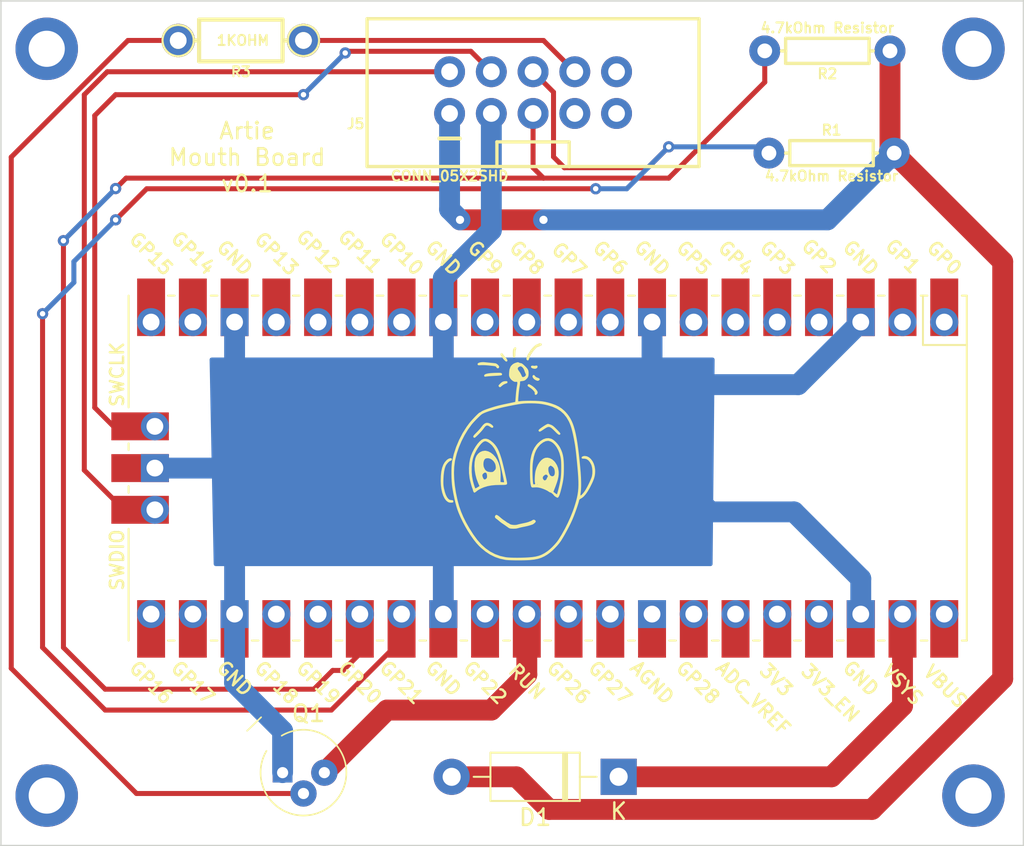
<source format=kicad_pcb>
(kicad_pcb (version 20221018) (generator pcbnew)
  (layers (0 "F.Cu" signal) (31 "B.Cu" signal) (34 "B.Paste" user) (35 "F.Paste" user) (36 "B.SilkS" user "B.Silkscreen") (37 "F.SilkS" user "F.Silkscreen") (38 "B.Mask" user) (39 "F.Mask" user) (44 "Edge.Cuts" user))
  (net 0 "")
  (net 1 "+3.3V")
  (net 2 "/SWDIO")
  (net 3 "GND")
  (net 4 "/SWCLK")
  (net 5 "/I2C_SDA")
  (net 6 "/I2C_SCL")
  (net 13 "/VSYS")
  (net 14 "/RESET")
  (net 17 "Net-(Q1-B)")
  (net 18 "/RUN")
  (footprint "MountingHole:MountingHole_2.2mm_M2_DIN965_Pad" (layer "F.Cu") (at 71.374 108.712)
    (fp_text reference "REF**" hide)
    (fp_text value "MountingHole_2.2mm_M2_DIN965_Pad" hide)
    (pad "1" thru_hole circle (at 0 0) (size 3.8 3.8) (drill 2.2) (layers "*.Cu" "*.Mask"))
  )
  (footprint "MountingHole:MountingHole_2.2mm_M2_DIN965_Pad" (layer "F.Cu") (at 71.374 63.246)
    (fp_text reference "REF**" hide)
    (fp_text value "MountingHole_2.2mm_M2_DIN965_Pad" hide)
    (pad "1" thru_hole circle (at 0 0) (size 3.8 3.8) (drill 2.2) (layers "*.Cu" "*.Mask"))
  )
  (footprint "MCU_RaspberryPi_and_Boards:RPi_Pico_SMD_TH" (layer "F.Cu") (at 101.854 88.773 -90)
    (fp_text reference "U3" hide)
    (fp_text value "Pico")
    (fp_text user "GND" (at 12.8 6.35 135) (layer "F.SilkS") (effects (font (size 0.8 0.8))))
    (fp_text user "SWCLK" (at -5.7 26.2 90) (layer "F.SilkS") (effects (font (size 0.8 0.8))))
    (fp_text user "GND" (at -12.8 19.05 135) (layer "F.SilkS") (effects (font (size 0.8 0.8))))
    (fp_text user "GP28" (at 13.054 -9.144 135) (layer "F.SilkS") (effects (font (size 0.8 0.8))))
    (fp_text user "GP4" (at -12.8 -11.43 135) (layer "F.SilkS") (effects (font (size 0.8 0.8))))
    (fp_text user "GND" (at -12.8 -6.35 135) (layer "F.SilkS") (effects (font (size 0.8 0.8))))
    (fp_text user "GP17" (at 13.054 21.59 135) (layer "F.SilkS") (effects (font (size 0.8 0.8))))
    (fp_text user "GP12" (at -13.2 13.97 135) (layer "F.SilkS") (effects (font (size 0.8 0.8))))
    (fp_text user "GP0" (at -12.8 -24.13 135) (layer "F.SilkS") (effects (font (size 0.8 0.8))))
    (fp_text user "GP15" (at -13.054 24.13 135) (layer "F.SilkS") (effects (font (size 0.8 0.8))))
    (fp_text user "3V3" (at 12.9 -13.9 135) (layer "F.SilkS") (effects (font (size 0.8 0.8))))
    (fp_text user "GP14" (at -13.1 21.59 135) (layer "F.SilkS") (effects (font (size 0.8 0.8))))
    (fp_text user "GP20" (at 13.054 11.43 135) (layer "F.SilkS") (effects (font (size 0.8 0.8))))
    (fp_text user "GP9" (at -12.8 3.81 135) (layer "F.SilkS") (effects (font (size 0.8 0.8))))
    (fp_text user "GP27" (at 13.054 -3.8 135) (layer "F.SilkS") (effects (font (size 0.8 0.8))))
    (fp_text user "GP18" (at 13.054 16.51 135) (layer "F.SilkS") (effects (font (size 0.8 0.8))))
    (fp_text user "SWDIO" (at 5.6 26.2 90) (layer "F.SilkS") (effects (font (size 0.8 0.8))))
    (fp_text user "VBUS" (at 13.3 -24.2 135) (layer "F.SilkS") (effects (font (size 0.8 0.8))))
    (fp_text user "GP22" (at 13.054 3.81 135) (layer "F.SilkS") (effects (font (size 0.8 0.8))))
    (fp_text user "GP21" (at 13.054 8.9 135) (layer "F.SilkS") (effects (font (size 0.8 0.8))))
    (fp_text user "GP8" (at -12.8 1.27 135) (layer "F.SilkS") (effects (font (size 0.8 0.8))))
    (fp_text user "VSYS" (at 13.2 -21.59 135) (layer "F.SilkS") (effects (font (size 0.8 0.8))))
    (fp_text user "GP3" (at -12.8 -13.97 135) (layer "F.SilkS") (effects (font (size 0.8 0.8))))
    (fp_text user "GP5" (at -12.8 -8.89 135) (layer "F.SilkS") (effects (font (size 0.8 0.8))))
    (fp_text user "GP16" (at 13.054 24.13 135) (layer "F.SilkS") (effects (font (size 0.8 0.8))))
    (fp_text user "GP11" (at -13.2 11.43 135) (layer "F.SilkS") (effects (font (size 0.8 0.8))))
    (fp_text user "GP6" (at -12.8 -3.81 135) (layer "F.SilkS") (effects (font (size 0.8 0.8))))
    (fp_text user "GND" (at 12.8 19.05 135) (layer "F.SilkS") (effects (font (size 0.8 0.8))))
    (fp_text user "GND" (at -12.8 -19.05 135) (layer "F.SilkS") (effects (font (size 0.8 0.8))))
    (fp_text user "RUN" (at 13 1.27 135) (layer "F.SilkS") (effects (font (size 0.8 0.8))))
    (fp_text user "GND" (at -12.8 6.35 135) (layer "F.SilkS") (effects (font (size 0.8 0.8))))
    (fp_text user "GP19" (at 13.054 13.97 135) (layer "F.SilkS") (effects (font (size 0.8 0.8))))
    (fp_text user "3V3_EN" (at 13.7 -17.2 135) (layer "F.SilkS") (effects (font (size 0.8 0.8))))
    (fp_text user "GP1" (at -12.9 -21.6 135) (layer "F.SilkS") (effects (font (size 0.8 0.8))))
    (fp_text user "GP2" (at -12.9 -16.51 135) (layer "F.SilkS") (effects (font (size 0.8 0.8))))
    (fp_text user "GP10" (at -13.054 8.89 135) (layer "F.SilkS") (effects (font (size 0.8 0.8))))
    (fp_text user "AGND" (at 13.054 -6.35 135) (layer "F.SilkS") (effects (font (size 0.8 0.8))))
    (fp_text user "ADC_VREF" (at 14 -12.5 135) (layer "F.SilkS") (effects (font (size 0.8 0.8))))
    (fp_text user "GP26" (at 13.054 -1.27 135) (layer "F.SilkS") (effects (font (size 0.8 0.8))))
    (fp_text user "GP13" (at -13.054 16.51 135) (layer "F.SilkS") (effects (font (size 0.8 0.8))))
    (fp_text user "GP7" (at -12.7 -1.3 135) (layer "F.SilkS") (effects (font (size 0.8 0.8))))
    (fp_text user "GND" (at 12.8 -19.05 135) (layer "F.SilkS") (effects (font (size 0.8 0.8))))
    (pad "" np_thru_hole oval (at -2.725 -24 270) (size 1.8 1.8) (drill 1.8) (layers "*.Cu" "*.Mask"))
    (pad "" np_thru_hole oval (at -2.425 -20.97 270) (size 1.5 1.5) (drill 1.5) (layers "*.Cu" "*.Mask"))
    (pad "" np_thru_hole oval (at 2.425 -20.97 270) (size 1.5 1.5) (drill 1.5) (layers "*.Cu" "*.Mask"))
    (pad "" np_thru_hole oval (at 2.725 -24 270) (size 1.8 1.8) (drill 1.8) (layers "*.Cu" "*.Mask"))
    (pad "1" thru_hole oval (at -8.89 -24.13 270) (size 1.7 1.7) (drill 1.02) (layers "*.Cu" "*.Mask"))
    (pad "1" smd rect (at -8.89 -24.13 270) (size 3.5 1.7) (drill (offset -0.9 0)) (layers "F.Cu" "F.Mask"))
    (pad "2" thru_hole oval (at -8.89 -21.59 270) (size 1.7 1.7) (drill 1.02) (layers "*.Cu" "*.Mask"))
    (pad "2" smd rect (at -8.89 -21.59 270) (size 3.5 1.7) (drill (offset -0.9 0)) (layers "F.Cu" "F.Mask"))
    (pad "3" thru_hole rect (at -8.89 -19.05 270) (size 1.7 1.7) (drill 1.02) (layers "*.Cu" "*.Mask") (net 3 "GND"))
    (pad "3" smd rect (at -8.89 -19.05 270) (size 3.5 1.7) (drill (offset -0.9 0)) (layers "F.Cu" "F.Mask") (net 3 "GND"))
    (pad "4" thru_hole oval (at -8.89 -16.51 270) (size 1.7 1.7) (drill 1.02) (layers "*.Cu" "*.Mask"))
    (pad "4" smd rect (at -8.89 -16.51 270) (size 3.5 1.7) (drill (offset -0.9 0)) (layers "F.Cu" "F.Mask"))
    (pad "5" thru_hole oval (at -8.89 -13.97 270) (size 1.7 1.7) (drill 1.02) (layers "*.Cu" "*.Mask"))
    (pad "5" smd rect (at -8.89 -13.97 270) (size 3.5 1.7) (drill (offset -0.9 0)) (layers "F.Cu" "F.Mask"))
    (pad "6" thru_hole oval (at -8.89 -11.43 270) (size 1.7 1.7) (drill 1.02) (layers "*.Cu" "*.Mask"))
    (pad "6" smd rect (at -8.89 -11.43 270) (size 3.5 1.7) (drill (offset -0.9 0)) (layers "F.Cu" "F.Mask"))
    (pad "7" thru_hole oval (at -8.89 -8.89 270) (size 1.7 1.7) (drill 1.02) (layers "*.Cu" "*.Mask"))
    (pad "7" smd rect (at -8.89 -8.89 270) (size 3.5 1.7) (drill (offset -0.9 0)) (layers "F.Cu" "F.Mask"))
    (pad "8" thru_hole rect (at -8.89 -6.35 270) (size 1.7 1.7) (drill 1.02) (layers "*.Cu" "*.Mask") (net 3 "GND"))
    (pad "8" smd rect (at -8.89 -6.35 270) (size 3.5 1.7) (drill (offset -0.9 0)) (layers "F.Cu" "F.Mask") (net 3 "GND"))
    (pad "9" thru_hole oval (at -8.89 -3.81 270) (size 1.7 1.7) (drill 1.02) (layers "*.Cu" "*.Mask"))
    (pad "9" smd rect (at -8.89 -3.81 270) (size 3.5 1.7) (drill (offset -0.9 0)) (layers "F.Cu" "F.Mask"))
    (pad "10" thru_hole oval (at -8.89 -1.27 270) (size 1.7 1.7) (drill 1.02) (layers "*.Cu" "*.Mask"))
    (pad "10" smd rect (at -8.89 -1.27 270) (size 3.5 1.7) (drill (offset -0.9 0)) (layers "F.Cu" "F.Mask"))
    (pad "11" thru_hole oval (at -8.89 1.27 270) (size 1.7 1.7) (drill 1.02) (layers "*.Cu" "*.Mask"))
    (pad "11" smd rect (at -8.89 1.27 270) (size 3.5 1.7) (drill (offset -0.9 0)) (layers "F.Cu" "F.Mask"))
    (pad "12" thru_hole oval (at -8.89 3.81 270) (size 1.7 1.7) (drill 1.02) (layers "*.Cu" "*.Mask"))
    (pad "12" smd rect (at -8.89 3.81 270) (size 3.5 1.7) (drill (offset -0.9 0)) (layers "F.Cu" "F.Mask"))
    (pad "13" thru_hole rect (at -8.89 6.35 270) (size 1.7 1.7) (drill 1.02) (layers "*.Cu" "*.Mask") (net 3 "GND"))
    (pad "13" smd rect (at -8.89 6.35 270) (size 3.5 1.7) (drill (offset -0.9 0)) (layers "F.Cu" "F.Mask") (net 3 "GND"))
    (pad "14" thru_hole oval (at -8.89 8.89 270) (size 1.7 1.7) (drill 1.02) (layers "*.Cu" "*.Mask"))
    (pad "14" smd rect (at -8.89 8.89 270) (size 3.5 1.7) (drill (offset -0.9 0)) (layers "F.Cu" "F.Mask"))
    (pad "15" thru_hole oval (at -8.89 11.43 270) (size 1.7 1.7) (drill 1.02) (layers "*.Cu" "*.Mask"))
    (pad "15" smd rect (at -8.89 11.43 270) (size 3.5 1.7) (drill (offset -0.9 0)) (layers "F.Cu" "F.Mask"))
    (pad "16" thru_hole oval (at -8.89 13.97 270) (size 1.7 1.7) (drill 1.02) (layers "*.Cu" "*.Mask"))
    (pad "16" smd rect (at -8.89 13.97 270) (size 3.5 1.7) (drill (offset -0.9 0)) (layers "F.Cu" "F.Mask"))
    (pad "17" thru_hole oval (at -8.89 16.51 270) (size 1.7 1.7) (drill 1.02) (layers "*.Cu" "*.Mask"))
    (pad "17" smd rect (at -8.89 16.51 270) (size 3.5 1.7) (drill (offset -0.9 0)) (layers "F.Cu" "F.Mask"))
    (pad "18" thru_hole rect (at -8.89 19.05 270) (size 1.7 1.7) (drill 1.02) (layers "*.Cu" "*.Mask") (net 3 "GND"))
    (pad "18" smd rect (at -8.89 19.05 270) (size 3.5 1.7) (drill (offset -0.9 0)) (layers "F.Cu" "F.Mask") (net 3 "GND"))
    (pad "19" thru_hole oval (at -8.89 21.59 270) (size 1.7 1.7) (drill 1.02) (layers "*.Cu" "*.Mask"))
    (pad "19" smd rect (at -8.89 21.59 270) (size 3.5 1.7) (drill (offset -0.9 0)) (layers "F.Cu" "F.Mask"))
    (pad "20" thru_hole oval (at -8.89 24.13 270) (size 1.7 1.7) (drill 1.02) (layers "*.Cu" "*.Mask"))
    (pad "20" smd rect (at -8.89 24.13 270) (size 3.5 1.7) (drill (offset -0.9 0)) (layers "F.Cu" "F.Mask"))
    (pad "21" thru_hole oval (at 8.89 24.13 270) (size 1.7 1.7) (drill 1.02) (layers "*.Cu" "*.Mask"))
    (pad "21" smd rect (at 8.89 24.13 270) (size 3.5 1.7) (drill (offset 0.9 0)) (layers "F.Cu" "F.Mask"))
    (pad "22" thru_hole oval (at 8.89 21.59 270) (size 1.7 1.7) (drill 1.02) (layers "*.Cu" "*.Mask"))
    (pad "22" smd rect (at 8.89 21.59 270) (size 3.5 1.7) (drill (offset 0.9 0)) (layers "F.Cu" "F.Mask"))
    (pad "23" thru_hole rect (at 8.89 19.05 270) (size 1.7 1.7) (drill 1.02) (layers "*.Cu" "*.Mask") (net 3 "GND"))
    (pad "23" smd rect (at 8.89 19.05 270) (size 3.5 1.7) (drill (offset 0.9 0)) (layers "F.Cu" "F.Mask") (net 3 "GND"))
    (pad "24" thru_hole oval (at 8.89 16.51 270) (size 1.7 1.7) (drill 1.02) (layers "*.Cu" "*.Mask"))
    (pad "24" smd rect (at 8.89 16.51 270) (size 3.5 1.7) (drill (offset 0.9 0)) (layers "F.Cu" "F.Mask"))
    (pad "25" thru_hole oval (at 8.89 13.97 270) (size 1.7 1.7) (drill 1.02) (layers "*.Cu" "*.Mask"))
    (pad "25" smd rect (at 8.89 13.97 270) (size 3.5 1.7) (drill (offset 0.9 0)) (layers "F.Cu" "F.Mask"))
    (pad "26" thru_hole oval (at 8.89 11.43 270) (size 1.7 1.7) (drill 1.02) (layers "*.Cu" "*.Mask") (net 5 "/I2C_SDA"))
    (pad "26" smd rect (at 8.89 11.43 270) (size 3.5 1.7) (drill (offset 0.9 0)) (layers "F.Cu" "F.Mask") (net 5 "/I2C_SDA"))
    (pad "27" thru_hole oval (at 8.89 8.89 270) (size 1.7 1.7) (drill 1.02) (layers "*.Cu" "*.Mask") (net 6 "/I2C_SCL"))
    (pad "27" smd rect (at 8.89 8.89 270) (size 3.5 1.7) (drill (offset 0.9 0)) (layers "F.Cu" "F.Mask") (net 6 "/I2C_SCL"))
    (pad "28" thru_hole rect (at 8.89 6.35 270) (size 1.7 1.7) (drill 1.02) (layers "*.Cu" "*.Mask") (net 3 "GND"))
    (pad "28" smd rect (at 8.89 6.35 270) (size 3.5 1.7) (drill (offset 0.9 0)) (layers "F.Cu" "F.Mask") (net 3 "GND"))
    (pad "29" thru_hole oval (at 8.89 3.81 270) (size 1.7 1.7) (drill 1.02) (layers "*.Cu" "*.Mask"))
    (pad "29" smd rect (at 8.89 3.81 270) (size 3.5 1.7) (drill (offset 0.9 0)) (layers "F.Cu" "F.Mask"))
    (pad "30" thru_hole oval (at 8.89 1.27 270) (size 1.7 1.7) (drill 1.02) (layers "*.Cu" "*.Mask") (net 18 "/RUN"))
    (pad "30" smd rect (at 8.89 1.27 270) (size 3.5 1.7) (drill (offset 0.9 0)) (layers "F.Cu" "F.Mask") (net 18 "/RUN"))
    (pad "31" thru_hole oval (at 8.89 -1.27 270) (size 1.7 1.7) (drill 1.02) (layers "*.Cu" "*.Mask"))
    (pad "31" smd rect (at 8.89 -1.27 270) (size 3.5 1.7) (drill (offset 0.9 0)) (layers "F.Cu" "F.Mask"))
    (pad "32" thru_hole oval (at 8.89 -3.81 270) (size 1.7 1.7) (drill 1.02) (layers "*.Cu" "*.Mask"))
    (pad "32" smd rect (at 8.89 -3.81 270) (size 3.5 1.7) (drill (offset 0.9 0)) (layers "F.Cu" "F.Mask"))
    (pad "33" thru_hole rect (at 8.89 -6.35 270) (size 1.7 1.7) (drill 1.02) (layers "*.Cu" "*.Mask"))
    (pad "33" smd rect (at 8.89 -6.35 270) (size 3.5 1.7) (drill (offset 0.9 0)) (layers "F.Cu" "F.Mask"))
    (pad "34" thru_hole oval (at 8.89 -8.89 270) (size 1.7 1.7) (drill 1.02) (layers "*.Cu" "*.Mask"))
    (pad "34" smd rect (at 8.89 -8.89 270) (size 3.5 1.7) (drill (offset 0.9 0)) (layers "F.Cu" "F.Mask"))
    (pad "35" thru_hole oval (at 8.89 -11.43 270) (size 1.7 1.7) (drill 1.02) (layers "*.Cu" "*.Mask"))
    (pad "35" smd rect (at 8.89 -11.43 270) (size 3.5 1.7) (drill (offset 0.9 0)) (layers "F.Cu" "F.Mask"))
    (pad "36" thru_hole oval (at 8.89 -13.97 270) (size 1.7 1.7) (drill 1.02) (layers "*.Cu" "*.Mask"))
    (pad "36" smd rect (at 8.89 -13.97 270) (size 3.5 1.7) (drill (offset 0.9 0)) (layers "F.Cu" "F.Mask"))
    (pad "37" thru_hole oval (at 8.89 -16.51 270) (size 1.7 1.7) (drill 1.02) (layers "*.Cu" "*.Mask"))
    (pad "37" smd rect (at 8.89 -16.51 270) (size 3.5 1.7) (drill (offset 0.9 0)) (layers "F.Cu" "F.Mask"))
    (pad "38" thru_hole rect (at 8.89 -19.05 270) (size 1.7 1.7) (drill 1.02) (layers "*.Cu" "*.Mask") (net 3 "GND"))
    (pad "38" smd rect (at 8.89 -19.05 270) (size 3.5 1.7) (drill (offset 0.9 0)) (layers "F.Cu" "F.Mask") (net 3 "GND"))
    (pad "39" thru_hole oval (at 8.89 -21.59 270) (size 1.7 1.7) (drill 1.02) (layers "*.Cu" "*.Mask") (net 13 "/VSYS"))
    (pad "39" smd rect (at 8.89 -21.59 270) (size 3.5 1.7) (drill (offset 0.9 0)) (layers "F.Cu" "F.Mask") (net 13 "/VSYS"))
    (pad "40" thru_hole oval (at 8.89 -24.13 270) (size 1.7 1.7) (drill 1.02) (layers "*.Cu" "*.Mask"))
    (pad "40" smd rect (at 8.89 -24.13 270) (size 3.5 1.7) (drill (offset 0.9 0)) (layers "F.Cu" "F.Mask"))
    (pad "41" thru_hole oval (at -2.54 23.9 270) (size 1.7 1.7) (drill 1.02) (layers "*.Cu" "*.Mask") (net 4 "/SWCLK"))
    (pad "41" smd rect (at -2.54 23.9) (size 3.5 1.7) (drill (offset -0.9 0)) (layers "F.Cu" "F.Mask") (net 4 "/SWCLK"))
    (pad "42" thru_hole rect (at 0 23.9 270) (size 1.7 1.7) (drill 1.02) (layers "*.Cu" "*.Mask") (net 3 "GND"))
    (pad "42" smd rect (at 0 23.9) (size 3.5 1.7) (drill (offset -0.9 0)) (layers "F.Cu" "F.Mask") (net 3 "GND"))
    (pad "43" thru_hole oval (at 2.54 23.9 270) (size 1.7 1.7) (drill 1.02) (layers "*.Cu" "*.Mask") (net 2 "/SWDIO"))
    (pad "43" smd rect (at 2.54 23.9) (size 3.5 1.7) (drill (offset -0.9 0)) (layers "F.Cu" "F.Mask") (net 2 "/SWDIO"))
  )
  (footprint "SparkFun-Connectors:2X5-SHROUDED" (layer "F.Cu") (at 100.965 65.913 90)
    (fp_text reference "J5" (at -1.905 -10.795) (layer "F.SilkS") (effects (font (size 0.6096 0.6096) (thickness 0.127))))
    (fp_text value "CONN_05X2SHD" (at -5.08 -5.08) (layer "F.SilkS") (effects (font (size 0.6096 0.6096) (thickness 0.127))))
    (pad "1" thru_hole circle (at -1.27 -5.08 90) (size 1.8796 1.8796) (drill 1.016) (layers "*.Cu" "*.Mask") (net 1 "+3.3V"))
    (pad "2" thru_hole circle (at 1.27 -5.08 90) (size 1.8796 1.8796) (drill 1.016) (layers "*.Cu" "*.Mask") (net 2 "/SWDIO"))
    (pad "3" thru_hole circle (at -1.27 -2.54 90) (size 1.8796 1.8796) (drill 1.016) (layers "*.Cu" "*.Mask") (net 3 "GND"))
    (pad "4" thru_hole circle (at 1.27 -2.54 90) (size 1.8796 1.8796) (drill 1.016) (layers "*.Cu" "*.Mask") (net 4 "/SWCLK"))
    (pad "5" thru_hole circle (at -1.27 0 90) (size 1.8796 1.8796) (drill 1.016) (layers "*.Cu" "*.Mask") (net 5 "/I2C_SDA"))
    (pad "6" thru_hole circle (at 1.27 0 90) (size 1.8796 1.8796) (drill 1.016) (layers "*.Cu" "*.Mask") (net 6 "/I2C_SCL"))
    (pad "7" thru_hole circle (at -1.27 2.54 90) (size 1.8796 1.8796) (drill 1.016) (layers "*.Cu" "*.Mask"))
    (pad "8" thru_hole circle (at 1.27 2.54 90) (size 1.8796 1.8796) (drill 1.016) (layers "*.Cu" "*.Mask") (net 14 "/RESET"))
    (pad "9" thru_hole circle (at -1.27 5.08 90) (size 1.8796 1.8796) (drill 1.016) (layers "*.Cu" "*.Mask"))
    (pad "10" thru_hole circle (at 1.27 5.08 90) (size 1.8796 1.8796) (drill 1.016) (layers "*.Cu" "*.Mask"))
  )
  (footprint "artielib:artie-logo" (layer "F.Cu") (at 99.822 88.011)
    (fp_text reference "G***" hide)
    (fp_text value "LOGO" hide)
  )
  (footprint "SparkFun-Resistors:AXIAL-0.3-KIT" (layer "F.Cu") (at 83.185 62.738 180)
    (fp_text reference "R3" (at 0 -1.905) (layer "F.SilkS") (effects (font (size 0.6096 0.6096) (thickness 0.127))))
    (fp_text value "1KOHM" (at -0.127 0) (layer "F.SilkS") (effects (font (size 0.6096 0.6096) (thickness 0.127))))
    (pad "P$1" thru_hole circle (at -3.81 0 180) (size 2.032 2.032) (drill 1.016) (layers "*.Cu" "*.Mask") (net 14 "/RESET"))
    (pad "P$2" thru_hole circle (at 3.81 0 180) (size 2.032 2.032) (drill 1.016) (layers "*.Cu" "*.Mask") (net 17 "Net-(Q1-B)"))
  )
  (footprint "MountingHole:MountingHole_2.2mm_M2_DIN965_Pad" (layer "F.Cu") (at 127.762 63.246)
    (fp_text reference "REF**" hide)
    (fp_text value "MountingHole_2.2mm_M2_DIN965_Pad" hide)
    (pad "1" thru_hole circle (at 0 0) (size 3.8 3.8) (drill 2.2) (layers "*.Cu" "*.Mask"))
  )
  (footprint "Diode_THT:D_DO-41_SOD81_P10.16mm_Horizontal" (layer "F.Cu") (at 106.172 107.569 180)
    (fp_text reference "D1" (at 5.08 -2.47) (layer "F.SilkS"))
    (fp_text value "1N5817")
    (fp_text user "K" (at 0 -2.1) (layer "F.SilkS"))
    (pad "1" thru_hole rect (at 0 0 180) (size 2.2 2.2) (drill 1.1) (layers "*.Cu" "*.Mask") (net 13 "/VSYS"))
    (pad "2" thru_hole oval (at 10.16 0 180) (size 2.2 2.2) (drill 1.1) (layers "*.Cu" "*.Mask") (net 1 "+3.3V"))
  )
  (footprint "SparkFun-Resistors:AXIAL-0.3" (layer "F.Cu") (at 118.872 63.373 180)
    (fp_text reference "R2" (at 0 -1.397) (layer "F.SilkS") (effects (font (size 0.6096 0.6096) (thickness 0.127))))
    (fp_text value "4.7kOhm Resistor" (at 0 1.397) (layer "F.SilkS") (effects (font (size 0.6096 0.6096) (thickness 0.127))))
    (pad "P$1" thru_hole circle (at -3.81 0 180) (size 1.8796 1.8796) (drill 0.89916) (layers "*.Cu" "*.Mask") (net 1 "+3.3V"))
    (pad "P$2" thru_hole circle (at 3.81 0 180) (size 1.8796 1.8796) (drill 0.89916) (layers "*.Cu" "*.Mask") (net 5 "/I2C_SDA"))
  )
  (footprint "digikey-footprints:TO-18-3" (layer "F.Cu") (at 85.725 107.315)
    (fp_text reference "Q1" (at 1.57 -3.6) (layer "F.SilkS"))
    (fp_text value "2N2222A")
    (pad "1" thru_hole rect (at 0 0) (size 1.2 1.2) (drill 0.68) (layers "*.Cu" "*.Mask") (net 3 "GND"))
    (pad "2" thru_hole circle (at 1.27 1.27) (size 1.6 1.6) (drill 0.68) (layers "*.Cu" "*.Mask") (net 17 "Net-(Q1-B)"))
    (pad "3" thru_hole circle (at 2.54 0) (size 1.6 1.6) (drill 0.68) (layers "*.Cu" "*.Mask") (net 18 "/RUN"))
  )
  (footprint "MountingHole:MountingHole_2.2mm_M2_DIN965_Pad" (layer "F.Cu") (at 127.762 108.712)
    (fp_text reference "REF**" hide)
    (fp_text value "MountingHole_2.2mm_M2_DIN965_Pad" hide)
    (pad "1" thru_hole circle (at 0 0) (size 3.8 3.8) (drill 2.2) (layers "*.Cu" "*.Mask"))
  )
  (footprint "SparkFun-Resistors:AXIAL-0.3" (layer "F.Cu") (at 119.126 69.596)
    (fp_text reference "R1" (at 0 -1.397) (layer "F.SilkS") (effects (font (size 0.6096 0.6096) (thickness 0.127))))
    (fp_text value "4.7kOhm Resistor" (at 0 1.397) (layer "F.SilkS") (effects (font (size 0.6096 0.6096) (thickness 0.127))))
    (pad "P$1" thru_hole circle (at -3.81 0) (size 1.8796 1.8796) (drill 0.89916) (layers "*.Cu" "*.Mask") (net 6 "/I2C_SCL"))
    (pad "P$2" thru_hole circle (at 3.81 0) (size 1.8796 1.8796) (drill 0.89916) (layers "*.Cu" "*.Mask") (net 1 "+3.3V"))
  )
  (gr_rect (start 68.58 60.325) (end 130.81 111.76) (stroke (width 0.1)) (fill none) (layer "Edge.Cuts"))
  (gr_text "Artie\nMouth Board\nv0.1" (at 83.566 69.85) (layer "F.SilkS") (effects (font (size 1 1))))
  (segment (start 129.54 76.2) (end 122.936 69.596) (width 1.27) (layer "F.Cu") (net 1))
  (segment (start 101.934 109.554) (end 121.586 109.554) (width 1.27) (layer "F.Cu") (net 1))
  (segment (start 121.586 109.554) (end 129.54 101.6) (width 1.27) (layer "F.Cu") (net 1))
  (segment (start 96.012 107.569) (end 99.949 107.569) (width 1.27) (layer "F.Cu") (net 1))
  (segment (start 99.949 107.569) (end 101.934 109.554) (width 1.27) (layer "F.Cu") (net 1))
  (segment (start 122.682 63.373) (end 122.682 69.342) (width 1.27) (layer "F.Cu") (net 1))
  (segment (start 96.52 73.66) (end 101.6 73.66) (width 1.27) (layer "F.Cu") (net 1))
  (segment (start 122.682 69.342) (end 122.936 69.596) (width 1.27) (layer "F.Cu") (net 1))
  (segment (start 129.54 101.6) (end 129.54 76.2) (width 1.27) (layer "F.Cu") (net 1))
  (via (at 101.6 73.66) (size 1) (drill 0.5) (layers "F.Cu" "B.Cu") (net 1))
  (via (at 96.52 73.66) (size 1) (drill 0.5) (layers "F.Cu" "B.Cu") (net 1))
  (segment (start 95.885 67.183) (end 95.885 73.025) (width 1.27) (layer "B.Cu") (net 1))
  (segment (start 95.885 73.025) (end 96.52 73.66) (width 1.27) (layer "B.Cu") (net 1))
  (segment (start 101.6 73.66) (end 118.872 73.66) (width 1.27) (layer "B.Cu") (net 1))
  (segment (start 118.872 73.66) (end 122.936 69.596) (width 1.27) (layer "B.Cu") (net 1))
  (segment (start 95.885 64.643) (end 75.057 64.643) (width 0.3048) (layer "F.Cu") (net 2))
  (segment (start 73.66 66.04) (end 73.66 88.9) (width 0.3048) (layer "F.Cu") (net 2))
  (segment (start 75.057 64.643) (end 73.66 66.04) (width 0.3048) (layer "F.Cu") (net 2))
  (segment (start 76.073 91.313) (end 77.954 91.313) (width 0.3048) (layer "F.Cu") (net 2))
  (segment (start 73.66 88.9) (end 76.073 91.313) (width 0.3048) (layer "F.Cu") (net 2))
  (segment (start 98.425 74.295) (end 98.425 67.183) (width 1.27) (layer "B.Cu") (net 3))
  (segment (start 111.76 91.44) (end 116.84 91.44) (width 1.27) (layer "B.Cu") (net 3))
  (segment (start 109.093 83.693) (end 108.204 82.804) (width 1.27) (layer "B.Cu") (net 3))
  (segment (start 95.504 77.216) (end 98.425 74.295) (width 1.27) (layer "B.Cu") (net 3))
  (segment (start 116.84 91.44) (end 120.904 95.504) (width 1.27) (layer "B.Cu") (net 3))
  (segment (start 109.093 88.773) (end 111.76 91.44) (width 1.27) (layer "B.Cu") (net 3))
  (segment (start 120.904 79.883) (end 117.094 83.693) (width 1.27) (layer "B.Cu") (net 3))
  (segment (start 85.725 107.315) (end 85.725 104.775) (width 1.27) (layer "B.Cu") (net 3))
  (segment (start 82.804 101.854) (end 82.804 97.663) (width 1.27) (layer "B.Cu") (net 3))
  (segment (start 77.954 88.773) (end 109.093 88.773) (width 1.27) (layer "B.Cu") (net 3))
  (segment (start 108.204 82.804) (end 108.204 79.883) (width 1.27) (layer "B.Cu") (net 3))
  (segment (start 117.094 83.693) (end 109.093 83.693) (width 1.27) (layer "B.Cu") (net 3))
  (segment (start 85.725 104.775) (end 82.804 101.854) (width 1.27) (layer "B.Cu") (net 3))
  (segment (start 120.904 95.504) (end 120.904 97.663) (width 1.27) (layer "B.Cu") (net 3))
  (segment (start 95.504 79.883) (end 95.504 77.216) (width 1.27) (layer "B.Cu") (net 3))
  (segment (start 95.504 79.883) (end 95.504 97.663) (width 1.27) (layer "B.Cu") (net 3))
  (segment (start 82.804 97.663) (end 82.804 79.883) (width 1.27) (layer "B.Cu") (net 3))
  (segment (start 86.995 66.04) (end 75.565 66.04) (width 0.3048) (layer "F.Cu") (net 4))
  (segment (start 98.425 64.643) (end 97.1804 63.3984) (width 0.3048) (layer "F.Cu") (net 4))
  (segment (start 75.565 66.04) (end 74.295 67.31) (width 0.3048) (layer "F.Cu") (net 4))
  (segment (start 97.1804 63.3984) (end 89.6366 63.3984) (width 0.3048) (layer "F.Cu") (net 4))
  (segment (start 75.438 86.233) (end 77.954 86.233) (width 0.3048) (layer "F.Cu") (net 4))
  (segment (start 74.295 85.09) (end 75.438 86.233) (width 0.3048) (layer "F.Cu") (net 4))
  (segment (start 74.295 67.31) (end 74.295 85.09) (width 0.3048) (layer "F.Cu") (net 4))
  (segment (start 89.6366 63.3984) (end 89.535 63.5) (width 0.3048) (layer "F.Cu") (net 4))
  (via (at 89.535 63.5) (size 0.6858) (drill 0.3302) (layers "F.Cu" "B.Cu") (net 4))
  (via (at 86.995 66.04) (size 0.6858) (drill 0.3302) (layers "F.Cu" "B.Cu") (net 4))
  (segment (start 89.535 63.5) (end 86.995 66.04) (width 0.3048) (layer "B.Cu") (net 4))
  (segment (start 101.6 71.12) (end 109.22 71.12) (width 0.3048) (layer "F.Cu") (net 5))
  (segment (start 88.773 101.092) (end 89.408 101.092) (width 0.3048) (layer "F.Cu") (net 5))
  (segment (start 72.39 74.93) (end 72.39 99.695) (width 0.3048) (layer "F.Cu") (net 5))
  (segment (start 76.2 71.12) (end 75.565 71.755) (width 0.3048) (layer "F.Cu") (net 5))
  (segment (start 87.63 102.235) (end 88.773 101.092) (width 0.3048) (layer "F.Cu") (net 5))
  (segment (start 100.965 70.485) (end 101.6 71.12) (width 0.3048) (layer "F.Cu") (net 5))
  (segment (start 109.22 71.12) (end 115.062 65.278) (width 0.3048) (layer "F.Cu") (net 5))
  (segment (start 90.424 100.076) (end 90.424 97.663) (width 0.3048) (layer "F.Cu") (net 5))
  (segment (start 100.965 67.183) (end 100.965 70.485) (width 0.3048) (layer "F.Cu") (net 5))
  (segment (start 74.93 102.235) (end 87.63 102.235) (width 0.3048) (layer "F.Cu") (net 5))
  (segment (start 101.6 71.12) (end 76.2 71.12) (width 0.3048) (layer "F.Cu") (net 5))
  (segment (start 89.408 101.092) (end 90.424 100.076) (width 0.3048) (layer "F.Cu") (net 5))
  (segment (start 72.39 99.695) (end 74.93 102.235) (width 0.3048) (layer "F.Cu") (net 5))
  (segment (start 115.062 65.278) (end 115.062 63.373) (width 0.3048) (layer "F.Cu") (net 5))
  (via (at 75.565 71.755) (size 0.6858) (drill 0.3302) (layers "F.Cu" "B.Cu") (net 5))
  (via (at 72.39 74.93) (size 0.6858) (drill 0.3302) (layers "F.Cu" "B.Cu") (net 5))
  (segment (start 75.565 71.755) (end 72.39 74.93) (width 0.3048) (layer "B.Cu") (net 5))
  (segment (start 100.965 64.643) (end 102.2096 65.8876) (width 0.3048) (layer "F.Cu") (net 6))
  (segment (start 77.4578 71.7672) (end 75.565 73.66) (width 0.3048) (layer "F.Cu") (net 6))
  (segment (start 107.95 70.485) (end 109.22 69.215) (width 0.3048) (layer "F.Cu") (net 6))
  (segment (start 88.6916 103.505) (end 92.964 99.2326) (width 0.3048) (layer "F.Cu") (net 6))
  (segment (start 74.93 103.505) (end 88.6916 103.505) (width 0.3048) (layer "F.Cu") (net 6))
  (segment (start 102.2096 65.8876) (end 102.2096 69.8246) (width 0.3048) (layer "F.Cu") (net 6))
  (segment (start 92.964 99.2326) (end 92.964 97.663) (width 0.3048) (layer "F.Cu") (net 6))
  (segment (start 71.12 79.375) (end 71.12 99.695) (width 0.3048) (layer "F.Cu") (net 6))
  (segment (start 102.2096 69.8246) (end 102.87 70.485) (width 0.3048) (layer "F.Cu") (net 6))
  (segment (start 102.87 70.485) (end 107.95 70.485) (width 0.3048) (layer "F.Cu") (net 6))
  (segment (start 71.12 99.695) (end 74.93 103.505) (width 0.3048) (layer "F.Cu") (net 6))
  (segment (start 104.775 71.7672) (end 77.4578 71.7672) (width 0.3048) (layer "F.Cu") (net 6))
  (via (at 75.565 73.66) (size 0.6858) (drill 0.3302) (layers "F.Cu" "B.Cu") (net 6))
  (via (at 71.12 79.375) (size 0.6858) (drill 0.3302) (layers "F.Cu" "B.Cu") (net 6))
  (via (at 109.22 69.215) (size 0.6858) (drill 0.3302) (layers "F.Cu" "B.Cu") (net 6))
  (via (at 104.775 71.7672) (size 0.6858) (drill 0.3302) (layers "F.Cu" "B.Cu") (net 6))
  (segment (start 114.935 69.215) (end 115.316 69.596) (width 0.3048) (layer "B.Cu") (net 6))
  (segment (start 75.565 73.66) (end 73.025 76.2) (width 0.3048) (layer "B.Cu") (net 6))
  (segment (start 109.22 69.215) (end 106.6678 71.7672) (width 0.3048) (layer "B.Cu") (net 6))
  (segment (start 73.025 77.47) (end 71.12 79.375) (width 0.3048) (layer "B.Cu") (net 6))
  (segment (start 73.025 76.2) (end 73.025 77.47) (width 0.3048) (layer "B.Cu") (net 6))
  (segment (start 106.6678 71.7672) (end 104.775 71.7672) (width 0.3048) (layer "B.Cu") (net 6))
  (segment (start 109.22 69.215) (end 114.935 69.215) (width 0.3048) (layer "B.Cu") (net 6))
  (segment (start 119.126 107.569) (end 123.444 103.251) (width 1.27) (layer "F.Cu") (net 13))
  (segment (start 123.444 103.251) (end 123.444 97.663) (width 1.27) (layer "F.Cu") (net 13))
  (segment (start 106.172 107.569) (end 119.126 107.569) (width 1.27) (layer "F.Cu") (net 13))
  (segment (start 101.6 62.738) (end 103.505 64.643) (width 0.3048) (layer "F.Cu") (net 14))
  (segment (start 86.995 62.738) (end 101.6 62.738) (width 0.3048) (layer "F.Cu") (net 14))
  (segment (start 76.315422 62.738) (end 69.215 69.838422) (width 0.3048) (layer "F.Cu") (net 17))
  (segment (start 69.215 100.965) (end 76.835 108.585) (width 0.3048) (layer "F.Cu") (net 17))
  (segment (start 79.375 62.738) (end 76.315422 62.738) (width 0.3048) (layer "F.Cu") (net 17))
  (segment (start 69.215 69.838422) (end 69.215 100.965) (width 0.3048) (layer "F.Cu") (net 17))
  (segment (start 76.835 108.585) (end 86.995 108.585) (width 0.3048) (layer "F.Cu") (net 17))
  (segment (start 98.425 103.505) (end 100.584 101.346) (width 1.27) (layer "F.Cu") (net 18))
  (segment (start 92.075 103.505) (end 98.425 103.505) (width 1.27) (layer "F.Cu") (net 18))
  (segment (start 100.584 101.346) (end 100.584 97.663) (width 1.27) (layer "F.Cu") (net 18))
  (segment (start 88.265 107.315) (end 92.075 103.505) (width 1.27) (layer "F.Cu") (net 18))
  (zone (net 3) (net_name "GND") (layer "B.Cu") (connect_pads (clearance 0.508)) (min_thickness 0.25) (fill yes (thermal_gap 0.5) (thermal_bridge_width 0.5))
    (polygon (pts (xy 81.28 82.042) (xy 81.534 94.742) (xy 111.887 94.742) (xy 112.014 82.042)))
  )
)
</source>
